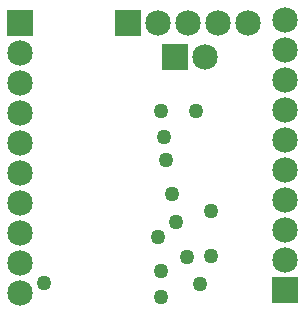
<source format=gbr>
%FSTAX24Y24*%
%MOIN*%
%IN MASK2.GBR *%
%ADD10C,0.0500*%
%ADD11C,0.0850*%
%ADD12R,0.0850X0.0850*%
D10*X005157Y002323D03*D11*X00055Y00046D03*Y00146D03*Y00246D03*
Y00346D03*Y00446D03*Y00546D03*Y00646D03*Y00746D03*Y00846D03*D12*
Y00946D03*D10*X005236Y000315D03*X005748Y002835D03*X005236Y006535D03*
X005354Y005669D03*X005433Y004882D03*X005236Y001181D03*X00563Y00374D03*
D11*X00816Y00944D03*X00716D03*X00616D03*X00516D03*D12*X00416D03*D11*
X006732Y008307D03*D12*X005732D03*D10*X006102Y001654D03*
X006417Y006535D03*X001339Y000787D03*X006535Y000748D03*D11*
X00937Y009551D03*Y008551D03*Y007551D03*Y006551D03*Y005551D03*
Y004551D03*Y003551D03*Y002551D03*Y001551D03*D12*Y000551D03*D10*
X006929Y001693D03*Y003189D03*
M02*
</source>
